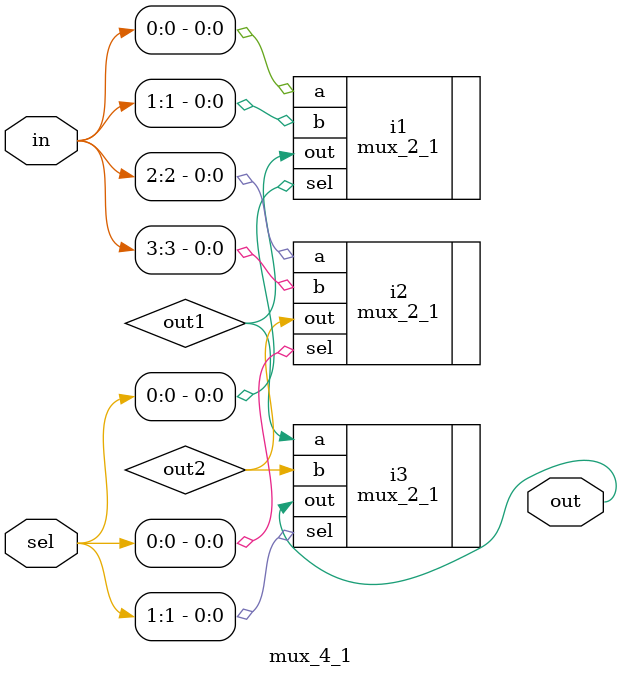
<source format=v>
module mux_4_1(input [1:0]sel,input [3:0]in,output out);
wire out1,out2;
mux_2_1 i1(.a(in[0]),.b(in[1]),.sel(sel[0]),.out(out1));
mux_2_1 i2(.a(in[2]),.b(in[3]),.sel(sel[0]),.out(out2));

mux_2_1 i3(.a(out1),.b(out2),.sel(sel[1]),.out(out));
endmodule

</source>
